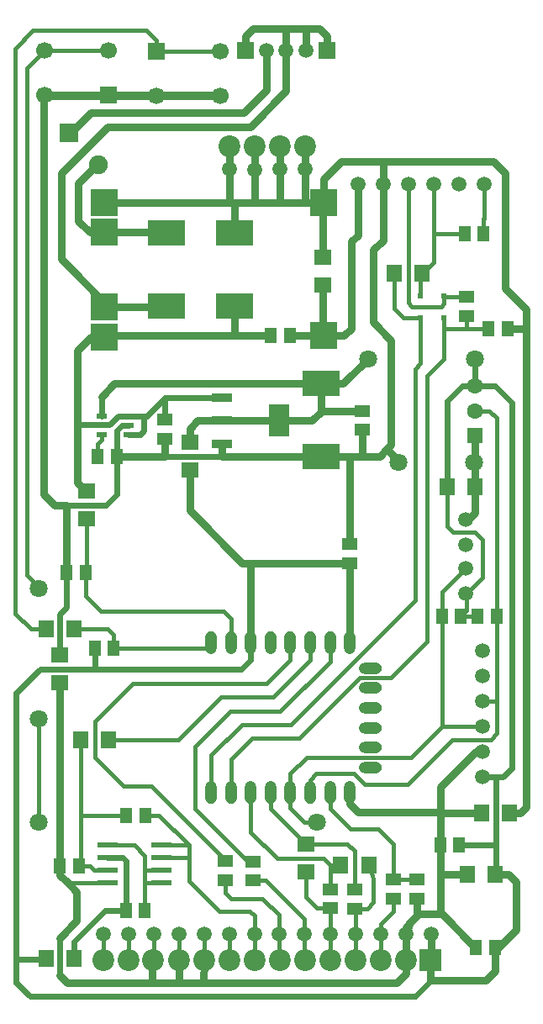
<source format=gbr>
G04 DipTrace 3.1.0.1*
G04 Íèæíèé.gbr*
%MOMM*%
G04 #@! TF.FileFunction,Copper,L2,Bot*
G04 #@! TF.Part,Single*
%AMOUTLINE0*
4,1,20,
-0.5705,-1.1405,
-0.53627,-1.33567,
-0.43733,-1.50733,
-0.28567,-1.63483,
-0.09957,-1.70273,
0.09857,-1.70293,
0.28483,-1.6353,
0.4367,-1.5081,
0.53593,-1.3366,
0.5705,-1.1415,
0.5705,-0.0005,
0.53627,0.19467,
0.43733,0.36633,
0.28567,0.49383,
0.09957,0.56173,
-0.09857,0.56193,
-0.28483,0.4943,
-0.4367,0.3671,
-0.53593,0.1956,
-0.5705,0.0005,
-0.5705,-1.1405,
0*%
%AMOUTLINE1*
4,1,20,
0.5705,1.1405,
0.53627,1.33567,
0.43733,1.50733,
0.28567,1.63483,
0.09957,1.70273,
-0.09857,1.70293,
-0.28483,1.6353,
-0.4367,1.5081,
-0.53593,1.3366,
-0.5705,1.1415,
-0.5705,0.0005,
-0.53627,-0.19467,
-0.43733,-0.36633,
-0.28567,-0.49383,
-0.09957,-0.56173,
0.09857,-0.56193,
0.28483,-0.4943,
0.4367,-0.3671,
0.53593,-0.1956,
0.5705,-0.0005,
0.5705,1.1405,
0*%
%AMOUTLINE2*
4,1,20,
1.1405,-0.5705,
1.33567,-0.53627,
1.50733,-0.43733,
1.63483,-0.28567,
1.70273,-0.09957,
1.70293,0.09857,
1.6353,0.28483,
1.5081,0.4367,
1.3366,0.53593,
1.1415,0.5705,
0.0005,0.5705,
-0.19467,0.53627,
-0.36633,0.43733,
-0.49383,0.28567,
-0.56173,0.09957,
-0.56193,-0.09857,
-0.4943,-0.28483,
-0.3671,-0.4367,
-0.1956,-0.53593,
-0.0005,-0.5705,
1.1405,-0.5705,
0*%
G04 #@! TA.AperFunction,Conductor*
%ADD13C,0.45*%
%ADD14C,0.8*%
%ADD15C,0.6*%
%ADD18R,1.3X1.5*%
%ADD19R,1.8X1.6*%
%ADD20R,3.81X2.54*%
%ADD21R,1.5X1.3*%
%ADD22R,1.6X1.8*%
%ADD24R,0.6X0.6*%
G04 #@! TA.AperFunction,ComponentPad*
%ADD25R,1.9X1.9*%
%ADD29C,1.9*%
%ADD30C,1.5*%
%ADD32R,2.0X0.6*%
G04 #@! TA.AperFunction,ComponentPad*
%ADD33R,1.7X1.7*%
%ADD34C,1.7*%
%ADD35C,1.5*%
%ADD36R,1.8X1.8*%
G04 #@! TA.AperFunction,ViaPad*
%ADD37C,1.8*%
G04 #@! TA.AperFunction,ComponentPad*
%ADD40R,2.2X2.2*%
%ADD43C,2.2*%
%ADD46R,2.7X2.7*%
%ADD51R,1.1X0.6*%
%ADD53R,2.15X0.95*%
%ADD54R,2.15X3.25*%
G04 #@! TA.AperFunction,ComponentPad*
%ADD55R,1.6X1.6*%
%ADD57C,1.6*%
%ADD101OUTLINE0*%
%ADD102OUTLINE1*%
%ADD103OUTLINE2*%
%FSLAX35Y35*%
G04*
G71*
G90*
G75*
G01*
G04 Bottom*
%LPD*%
X2079750Y4623373D2*
D13*
X3059750D1*
X3061750Y4621373D1*
X3158123Y10636123D2*
X2508123D1*
Y10747250D1*
X2412873Y10842500D1*
X1269877D1*
X1089750Y10662373D1*
Y4973373D1*
X1249750Y4813373D1*
X1399750D1*
X1679750D2*
X2020750D1*
X2079750Y4754373D1*
Y4623373D1*
X4899750Y2103373D2*
Y1972373D1*
X4768500Y1841123D1*
Y1485373D1*
X4770750Y1744373D2*
X4768500Y1841123D1*
X4649750Y2438373D2*
X4692750Y2303373D1*
Y2061373D1*
X4632750Y2001373D1*
X4508750D1*
X4514500Y1485373D2*
Y1744373D1*
Y1995623D1*
X4508750Y2001373D1*
X4514750Y1744373D2*
X4514500D1*
X4266750Y2005373D2*
Y1744373D1*
Y1489747D1*
X4261500Y1484497D1*
X4019750Y2367373D2*
Y2114373D1*
X4128750Y2005373D1*
X4266750D1*
X4267750Y1744373D2*
X4266750D1*
X3485750Y2283373D2*
X3612750D1*
X4001750Y1894373D1*
Y1744373D1*
Y1489247D1*
X4006500Y1484497D1*
X4002750Y1744373D2*
X4001750D1*
X3206750Y2286373D2*
Y2160373D1*
X3264750Y2102373D1*
X3581750D1*
X3743750Y1940373D1*
Y1806373D1*
X3749750Y1800373D1*
Y1487373D1*
X3752623Y1484500D1*
X3749750Y1744373D2*
X3743750Y1806373D1*
X4261750Y3221373D2*
Y3005373D1*
X4464750Y2802373D1*
X4750750D1*
X4899750Y2653373D1*
Y2293373D1*
X5139750D2*
X4899750D1*
X3661750Y3221373D2*
Y3001373D1*
X3989750Y2673373D1*
X4019750D1*
Y2653373D1*
X4434750D1*
X4508750Y2579373D1*
Y2191373D1*
X4019750Y2647373D2*
Y2653373D1*
X4369750Y2438373D2*
X4261750D1*
X4193750Y2506373D1*
X3726750D1*
X3461750Y2771373D1*
Y3221373D1*
X4266750Y2195373D2*
X4261750D1*
Y2438373D1*
X3485750Y2473373D2*
X3437750D1*
X2901750Y3009373D1*
Y3630373D1*
X3254750Y3983373D1*
X3757750D1*
X4261750Y4487373D1*
Y4621373D1*
X3206750Y2476373D2*
Y2490373D1*
X2463750Y3233373D1*
X2181750D1*
X1890750Y3524373D1*
Y3882373D1*
X2271750Y4263373D1*
X3619750D1*
X3861750Y4505373D1*
Y4621373D1*
X5139750Y2103373D2*
D14*
Y1928373D1*
X5069497Y1858120D1*
X5022623Y1811247D1*
Y1483373D1*
X5645750Y2343373D2*
X5369750D1*
Y1944373D1*
X5139750D1*
Y2103373D1*
X5731750Y1610373D2*
X5719750D1*
X5369750Y1960373D1*
Y2343373D1*
X4461750Y3221373D2*
Y3054373D1*
X4541750Y2974373D1*
X5375750D1*
Y3226373D1*
X5732750Y3583373D1*
X5793750D1*
X5799750Y3577373D1*
X5369750Y2643373D2*
X5375750D1*
Y2963373D1*
Y2974373D1*
X5369750Y2643373D2*
Y2343373D1*
X5022623Y1483373D2*
Y1346247D1*
X4929750Y1253373D1*
X2989873D1*
X2736750D1*
X2469750D1*
X1617750D1*
X1538750Y1332373D1*
D15*
Y1705373D1*
D14*
X1710750Y1877373D1*
Y2167743D1*
X1621120Y2257373D1*
X1538750Y2339743D1*
Y2428373D1*
X2990873Y1484373D2*
X2989873Y1253373D1*
X2737750Y1484250D2*
X2736750Y1253373D1*
X2481873Y1484497D2*
X2469750D1*
Y1253373D1*
X5719750Y6763373D2*
Y6493373D1*
Y6245373D1*
Y5983373D1*
X5655873Y5919497D1*
X5629750D1*
X5720750Y6245373D2*
X5719750D1*
X4198750Y9108373D2*
X4191750D1*
Y8557373D1*
X4793750Y9293373D2*
Y9523373D1*
X4374750D1*
X4198750Y9347373D1*
Y9108373D1*
X6047377Y7840773D2*
X6239750D1*
Y8033373D1*
X6026750Y8246373D1*
Y9402373D1*
X5905750Y9523373D1*
X4793750D1*
X4169750Y6553373D2*
X4589750D1*
X4759750D1*
X4831593Y6625217D1*
X4877750Y6671373D1*
Y7724660D1*
X4698143Y7904267D1*
Y8634767D1*
X4793750Y8730373D1*
Y9293373D1*
X4589750Y6823373D2*
Y6553373D1*
X3169750Y6683373D2*
Y6553373D1*
X4169750D1*
X2231503Y6867393D2*
D15*
X2163770D1*
X2109750Y6813373D1*
Y6553373D1*
X4949750Y6493373D2*
D14*
Y6507060D1*
X4831593Y6625217D1*
X5711750Y6493373D2*
X5719750D1*
X6239750Y7840773D2*
Y3023373D1*
X6179750Y2963373D1*
X6069750D1*
X5789750D2*
X5375750D1*
X1539750Y4613373D2*
Y4553373D1*
X1609750Y5383373D2*
D15*
Y5033373D1*
X1539750Y4963373D1*
Y4553373D1*
X2031877Y10191623D2*
D14*
X1381877D1*
X3158123D1*
Y10186123D1*
X2508123D1*
X2109750Y6553373D2*
X2599750D1*
Y6733373D1*
X2508123Y10186123D2*
X1379750D1*
Y6173373D1*
X1489750Y6063373D1*
X1609750D1*
Y5383373D1*
X2599750Y6553373D2*
D15*
X3169750D1*
X2109750D2*
Y6173373D1*
X1999750Y6063373D1*
X1609750D1*
X4169750Y6553373D2*
D13*
X4460750D1*
D14*
Y5670373D1*
X1983750Y9113373D2*
X3248750D1*
X3295750D1*
X3502750D1*
X3756750D1*
X4010750D1*
X4193750D1*
X4198750Y9108373D1*
X4011750Y9673123D2*
X4010750Y9446373D1*
Y9113373D1*
X3757750Y9673123D2*
X3756750Y9449373D1*
Y9113373D1*
X3503750Y9673123D2*
X3502750Y9441373D1*
Y9113373D1*
X3249750Y9673123D2*
X3248750Y9444373D1*
Y9113373D1*
X3295750Y8801373D2*
Y9113373D1*
X3250750Y9444373D2*
X3248750D1*
X3504750Y9441373D2*
X3502750D1*
X3753750Y9449373D2*
X3756750D1*
X4008750Y9446373D2*
X4010750D1*
X5024750Y1744373D2*
X5069497Y1858120D1*
X2483750Y1744373D2*
D13*
Y1486373D1*
X2481873Y1484497D1*
X2739750Y1744373D2*
Y1486250D1*
X2737750Y1484250D1*
X2993750Y1742373D2*
Y1487250D1*
X2990873Y1484373D1*
X2020750Y2257373D2*
X1621120D1*
X1539750Y4273373D2*
D14*
Y2429373D1*
X1538750Y2428373D1*
X3861750Y3221373D2*
D13*
Y3358373D1*
X4025750Y3522373D1*
X5080750D1*
X5389750Y3831373D1*
X5799750D1*
X5389750Y4943373D2*
Y3831373D1*
X5629750Y5427373D2*
X5623750D1*
X5389750Y5193373D1*
Y4943373D1*
X3861750Y3221373D2*
Y3010373D1*
X3998750Y2873373D1*
X4129750D1*
X2031877Y10641623D2*
X1381877D1*
X1203750Y10463497D1*
Y5359373D1*
X1329750Y5233373D1*
Y5223373D1*
Y3913373D2*
Y2873373D1*
X4061750Y3221373D2*
Y3297373D1*
X4121750Y3357373D1*
X4500750D1*
X4609750Y3248373D1*
X5039750D1*
X5492750Y3701373D1*
X5877750D1*
X5939750Y3763373D1*
Y4085373D1*
Y4943373D1*
X5799750Y4085373D2*
X5939750D1*
Y4943373D2*
Y6941373D1*
X5867750Y7013373D1*
X5719750D1*
X2029750Y3702373D2*
X2733750D1*
X3164750Y4133373D1*
X3690750D1*
X4061750Y4504373D1*
Y4621373D1*
X1749750Y3702373D2*
Y2936373D1*
Y2428373D1*
X1728750D1*
X2208750Y2936373D2*
X1749750D1*
X2020750Y2384373D2*
X1885750D1*
X1841750Y2428373D1*
X1728750D1*
X5169750Y8167380D2*
Y8333373D1*
X5221963Y8385587D1*
Y8428087D1*
X5301750Y8507873D1*
Y8793173D1*
Y9293373D1*
X5619277Y8793173D2*
X5301750D1*
X5184497Y8396340D2*
X5211210D1*
X5221963Y8385587D1*
X5409750Y7947380D2*
Y7840773D1*
Y7536487D1*
X5239750Y7366487D1*
Y4690373D1*
X4871750Y4322373D1*
X4556750D1*
X3947750Y3713373D1*
X3472750D1*
X3261750Y3502373D1*
Y3221373D1*
X5857377Y7840773D2*
X5634670D1*
X5409750D1*
X5634670Y7968240D2*
Y7840773D1*
X5925750Y2343373D2*
D14*
X6058750D1*
X6132750Y2269373D1*
Y1782373D1*
X5960750Y1610373D1*
X5921750D1*
X5275750Y1484373D2*
Y1276373D1*
X5829750D1*
X5921750Y1368373D1*
Y1610373D1*
X5799750Y3323373D2*
D15*
X5929750D1*
Y2643373D1*
Y2347373D1*
X5925750Y2343373D1*
X5559750Y2643373D2*
X5929750D1*
X3461750Y4621373D2*
Y4505373D1*
X3369750Y4413373D1*
X1889750D1*
Y4623373D1*
X5579750Y4943373D2*
D13*
X5749750D1*
X5629750Y5173373D2*
X5639750D1*
Y5003373D1*
X5579750Y4943373D1*
X5440750Y6245373D2*
Y5852373D1*
X5499750Y5793373D1*
X5719750D1*
X5796750Y5716373D1*
Y5330373D1*
X5639750Y5173373D1*
X5719750Y7263373D2*
D15*
X5595750D1*
X5440750Y7108373D1*
Y6245373D1*
X3749750Y6913373D2*
D14*
X4079750D1*
X4168477Y7002100D1*
Y7013373D1*
Y7285527D1*
X4589750Y7013373D2*
X4168477D1*
X3169750Y6913373D2*
X3749750D1*
X1961503Y6962393D2*
D15*
Y7155127D1*
D14*
X2091903Y7285527D1*
X4168477D1*
X4461750Y4621373D2*
Y5481373D1*
X3461750D1*
Y4621373D1*
X5275750Y1484373D2*
D15*
Y1269373D1*
X5119750Y1113373D1*
X1239750D1*
X1099750Y1253373D1*
Y1490373D1*
X1395750D1*
X1099750D2*
Y4173373D1*
X1339750Y4413373D1*
X1889750D1*
X5799750Y3323373D2*
D13*
D3*
D15*
X5999750D1*
X6089750Y3413373D1*
Y7093373D1*
X5919750Y7263373D1*
X5719750D1*
X1399750Y1494373D2*
X1395750Y1490373D1*
X4460750Y5480373D2*
D14*
X4461750Y5481373D1*
X2849750Y6693373D2*
Y6833373D1*
X2929750Y6913373D1*
X3169750D1*
X2849750Y6413373D2*
Y6009373D1*
X3378750Y5480373D1*
X4460750D1*
X4641750Y7535373D2*
X4391903Y7285527D1*
X4168477D1*
X5719750Y7535373D2*
D15*
Y7263373D1*
X5276750Y1743373D2*
D14*
Y1485373D1*
X5275750Y1484373D1*
X1809750Y5923373D2*
D13*
Y5383373D1*
X1799750D1*
X3261750Y4621373D2*
Y4922373D1*
X3190750Y4993373D1*
X1949750D1*
X1799750Y5143373D1*
Y5383373D1*
X5809277Y8793173D2*
Y8945900D1*
X5809750Y8946373D1*
Y9293373D1*
X3856750Y7768373D2*
D14*
X4198750D1*
X4191750Y8277373D2*
Y7768373D1*
X4198750D1*
X4403517D1*
X4475917Y7840773D1*
Y8719540D1*
X4539750Y8783373D1*
Y9293373D1*
X1983750Y7758373D2*
Y7768373D1*
X3299750D1*
X3666750D1*
X3297023Y8069220D2*
X3299750Y7768373D1*
X3169750Y7143373D2*
D15*
X2598750D1*
X2417770Y6962393D1*
X2387750D1*
X2231503D1*
X2599750Y6923373D2*
Y7143373D1*
X2598750D1*
X1983750Y7758373D2*
D14*
X1854750D1*
X1719750Y7623373D1*
Y6873373D1*
Y6293373D1*
X1809750Y6203373D1*
X2231503Y6772393D2*
D15*
X2348770D1*
X2387750Y6811373D1*
Y6962393D1*
X2231503D2*
X2128770D1*
X2039750Y6873373D1*
X1719750D1*
X1961503Y6772393D2*
D13*
Y6725127D1*
X1919750Y6683373D1*
Y6553373D1*
X1983750Y8058373D2*
D14*
X2603177D1*
X2614023Y8069220D1*
X4229750Y10643373D2*
Y10788373D1*
X4154750Y10863373D1*
X4019750D1*
X3819750D1*
X3484750D1*
X3409750Y10788373D1*
Y10643373D1*
X3819750D2*
Y10863373D1*
Y10643373D2*
Y10233373D1*
X3458937Y9872560D1*
X2018937D1*
X1552750Y9406373D1*
Y8540373D1*
X2049750Y8043373D1*
X1998750D1*
X1983750Y8058373D1*
X4019750Y10643373D2*
Y10863373D1*
X3619750Y10643373D2*
Y10243373D1*
X3391797Y10015420D1*
X1851797D1*
X1649750Y9813373D1*
X1629750D1*
X1974750Y1744373D2*
D13*
Y1484873D1*
X1974373Y1484497D1*
X2020750Y2638373D2*
X2287750D1*
X2392750Y2533373D1*
Y2384373D1*
Y2257373D1*
Y1984373D1*
X2560750Y2384373D2*
X2392750D1*
X2560750Y2257373D2*
X2392750D1*
X2560750Y2511373D2*
X2839750D1*
Y2280373D1*
X3143750Y1976373D1*
X3453750D1*
X3499750Y1930373D1*
Y1798373D1*
Y1484123D1*
X2398750Y2936373D2*
X2540750D1*
X2839750Y2637373D1*
Y2511373D1*
X2560750Y2638373D2*
X2839750Y2637373D1*
X3500750Y1744373D2*
X3499750Y1798373D1*
X1983750Y8813373D2*
D14*
X2600750D1*
X2612750Y8801373D1*
X1929750Y9488373D2*
X1914750D1*
X1727750Y9301373D1*
Y8925373D1*
X1839750Y8813373D1*
X1983750D1*
X3061750Y3221373D2*
D13*
Y3543373D1*
X3371750Y3853373D1*
X3868750D1*
X5119750Y5104373D1*
Y7436967D1*
X5174343Y7491560D1*
Y7957967D1*
X5169750Y7953373D1*
Y7947380D1*
X4904497Y8396340D2*
Y8047127D1*
X5004243Y7947380D1*
X5169750D1*
X5409750Y8167380D2*
Y8093373D1*
X5379750Y8063373D1*
X5089750D1*
X5047750Y8105373D1*
Y9293373D1*
X5634670Y8158240D2*
X5418890D1*
X5409750Y8167380D1*
X2020750Y2511373D2*
D15*
X2169750D1*
X2202750Y2478373D1*
Y1984373D1*
X1998750D1*
X1679750Y1665373D1*
Y1494373D1*
X2229750Y1744373D2*
D13*
Y1486247D1*
X2228250Y1484747D1*
X3247750Y1744373D2*
Y1485623D1*
X3246250Y1484123D1*
D37*
X4641750Y7535373D3*
X5719750D3*
X4129750Y2873373D3*
X1329750D3*
X5711750Y6493373D3*
X4949750D3*
X1329750Y5223373D3*
Y3913373D3*
D18*
X1919750Y6553373D3*
X2109750D3*
D19*
X4191750Y8277373D3*
Y8557373D3*
D20*
X2612750Y8801373D3*
X2614023Y8069220D3*
X3295750Y8801373D3*
X3297023Y8069220D3*
X4169750Y6553373D3*
X4168477Y7285527D3*
D21*
X4589750Y7013373D3*
Y6823373D3*
D18*
X5731750Y1610373D3*
X5921750D3*
D21*
X4460750Y5670373D3*
Y5480373D3*
D22*
X5720750Y6245373D3*
X5440750D3*
D18*
X5369750Y2643373D3*
X5559750D3*
D22*
X5925750Y2343373D3*
X5645750D3*
D24*
X5409750Y7947380D3*
Y8167380D3*
X5169750Y7947380D3*
Y8167380D3*
D22*
X6069750Y2963373D3*
X5789750D3*
X1679750Y1494373D3*
X1399750D3*
D19*
X1539750Y4553373D3*
Y4273373D3*
X2849750Y6693373D3*
Y6413373D3*
D22*
X1679750Y4813373D3*
X1399750D3*
D25*
X1629750Y9813373D3*
D29*
X1929750Y9488373D3*
D30*
X3250750Y9444373D3*
X3504750Y9441373D3*
X3753750Y9449373D3*
X4008750Y9446373D3*
D3*
X5024750Y1744373D3*
X5276750Y1743373D3*
X4770750Y1744373D3*
X4514750D3*
X4267750D3*
X4002750D3*
X3749750D3*
X3500750D3*
X2993750Y1742373D3*
X3247750Y1744373D3*
X2739750D3*
X2483750D3*
X2229750D3*
X1974750D3*
D32*
X2020750Y2257373D3*
Y2384373D3*
Y2511373D3*
Y2638373D3*
X2560750D3*
Y2511373D3*
Y2384373D3*
Y2257373D3*
D21*
X4899750Y2293373D3*
Y2103373D3*
X4508750Y2191373D3*
Y2001373D3*
X4266750Y2195373D3*
Y2005373D3*
X3485750Y2473373D3*
Y2283373D3*
X3206750Y2476373D3*
Y2286373D3*
X5139750Y2293373D3*
Y2103373D3*
D18*
X5749750Y4943373D3*
X5939750D3*
X5579750D3*
X5389750D3*
D22*
X2029750Y3702373D3*
X1749750D3*
D18*
X6047377Y7840773D3*
X5857377D3*
X5809277Y8793173D3*
X5619277D3*
X2079750Y4623373D3*
X1889750D3*
D19*
X1809750Y5923373D3*
Y6203373D3*
D18*
X1799750Y5383373D3*
X1609750D3*
X3856750Y7768373D3*
X3666750D3*
X1728750Y2428373D3*
X1538750D3*
X2208750Y2936373D3*
X2398750D3*
X2202750Y1984373D3*
X2392750D3*
D19*
X4019750Y2647373D3*
Y2367373D3*
D22*
X4369750Y2438373D3*
X4649750D3*
D21*
X5634670Y8158240D3*
Y7968240D3*
D22*
X5184497Y8396340D3*
X4904497D3*
D33*
X2508123Y10636123D3*
D34*
Y10186123D3*
X3158123D3*
Y10636123D3*
D33*
X2031877Y10191623D3*
D34*
Y10641623D3*
X1381877D3*
Y10191623D3*
D35*
X3619750Y10643373D3*
X3819750D3*
X4019750D3*
D36*
X3409750D3*
X4229750D3*
D40*
X5275750Y1484373D3*
D43*
X5022623Y1483373D3*
X4768500Y1485373D3*
X4514500D3*
X4261500Y1484497D3*
X4006500D3*
X3752623Y1484500D3*
X3499750Y1484123D3*
X3246250D3*
X2737750Y1484250D3*
X2990873Y1484373D3*
X2481873Y1484497D3*
X2228250Y1484747D3*
X1974373Y1484497D3*
X4011750Y9673123D3*
X3757750D3*
X3503750D3*
X3249750D3*
D101*
X4461750Y3221373D3*
X4261750D3*
X4061750D3*
X3861750D3*
X3661750D3*
X3461750D3*
X3261750D3*
X3061750D3*
D102*
X4461750Y4621373D3*
X4261750D3*
X4061750D3*
X3861750D3*
X3661750D3*
X3461750D3*
X3261750D3*
X3061750D3*
D103*
X4611750Y3621373D3*
Y4421373D3*
Y3421373D3*
Y4021373D3*
Y3821373D3*
Y4221373D3*
D46*
X4198750Y9108373D3*
Y7768373D3*
X1983750Y7758373D3*
Y8058373D3*
Y8813373D3*
Y9113373D3*
D35*
X4539750Y9293373D3*
X4793750D3*
X5047750D3*
X5301750D3*
X5555750D3*
X5809750D3*
D51*
X2231503Y6962393D3*
Y6867393D3*
Y6772393D3*
X1961503D3*
Y6962393D3*
D53*
X3169750Y6683373D3*
Y6913373D3*
Y7143373D3*
D54*
X3749750Y6913373D3*
D35*
X5629750Y5173373D3*
Y5427373D3*
Y5665497D3*
Y5919497D3*
X5799750Y3323373D3*
Y3577373D3*
Y3831373D3*
Y4085373D3*
Y4339373D3*
Y4593373D3*
D55*
X5719750Y6763373D3*
D57*
Y7013373D3*
Y7263373D3*
D21*
X2599750Y6733373D3*
Y6923373D3*
M02*

</source>
